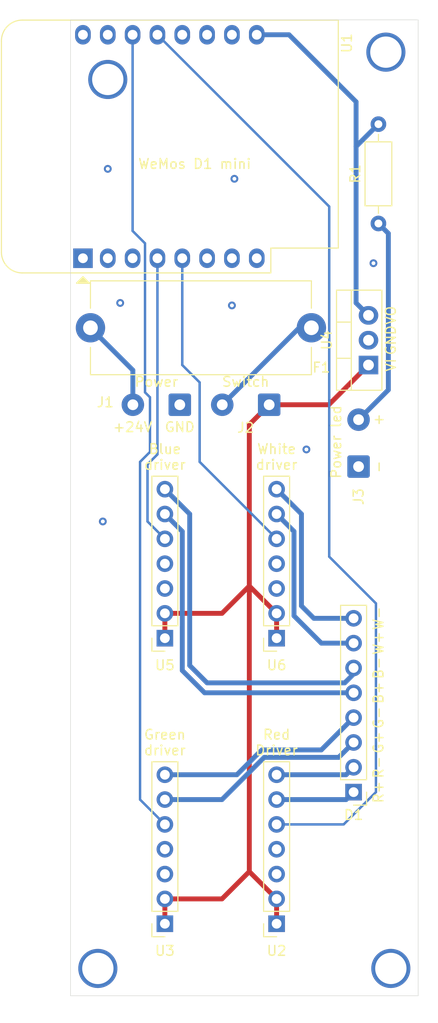
<source format=kicad_pcb>
(kicad_pcb (version 20171130) (host pcbnew "(5.1.10)-1")

  (general
    (thickness 1.6)
    (drawings 24)
    (tracks 94)
    (zones 0)
    (modules 12)
    (nets 29)
  )

  (page A4)
  (layers
    (0 F.Cu signal)
    (31 B.Cu signal)
    (32 B.Adhes user)
    (33 F.Adhes user)
    (34 B.Paste user)
    (35 F.Paste user)
    (36 B.SilkS user)
    (37 F.SilkS user)
    (38 B.Mask user)
    (39 F.Mask user)
    (40 Dwgs.User user)
    (41 Cmts.User user)
    (42 Eco1.User user)
    (43 Eco2.User user)
    (44 Edge.Cuts user)
    (45 Margin user)
    (46 B.CrtYd user)
    (47 F.CrtYd user)
    (48 B.Fab user)
    (49 F.Fab user)
  )

  (setup
    (last_trace_width 0.5)
    (user_trace_width 0.2)
    (user_trace_width 0.5)
    (trace_clearance 0.2)
    (zone_clearance 0.508)
    (zone_45_only no)
    (trace_min 0.2)
    (via_size 0.8)
    (via_drill 0.4)
    (via_min_size 0.4)
    (via_min_drill 0.3)
    (user_via 4 3.2)
    (uvia_size 0.3)
    (uvia_drill 0.1)
    (uvias_allowed no)
    (uvia_min_size 0.2)
    (uvia_min_drill 0.1)
    (edge_width 0.05)
    (segment_width 0.2)
    (pcb_text_width 0.3)
    (pcb_text_size 1.5 1.5)
    (mod_edge_width 0.12)
    (mod_text_size 1 1)
    (mod_text_width 0.15)
    (pad_size 1.524 1.524)
    (pad_drill 0.762)
    (pad_to_mask_clearance 0)
    (aux_axis_origin 0 0)
    (visible_elements 7FFFFFFF)
    (pcbplotparams
      (layerselection 0x010fc_ffffffff)
      (usegerberextensions false)
      (usegerberattributes true)
      (usegerberadvancedattributes true)
      (creategerberjobfile true)
      (excludeedgelayer true)
      (linewidth 0.100000)
      (plotframeref false)
      (viasonmask false)
      (mode 1)
      (useauxorigin false)
      (hpglpennumber 1)
      (hpglpenspeed 20)
      (hpglpendiameter 15.000000)
      (psnegative false)
      (psa4output false)
      (plotreference true)
      (plotvalue true)
      (plotinvisibletext false)
      (padsonsilk false)
      (subtractmaskfromsilk false)
      (outputformat 1)
      (mirror false)
      (drillshape 0)
      (scaleselection 1)
      (outputdirectory "gerber/"))
  )

  (net 0 "")
  (net 1 W+)
  (net 2 W-)
  (net 3 B+)
  (net 4 B-)
  (net 5 G+)
  (net 6 G-)
  (net 7 R+)
  (net 8 R-)
  (net 9 "Net-(F1-Pad2)")
  (net 10 "Net-(F1-Pad1)")
  (net 11 GND)
  (net 12 "Net-(J3-Pad2)")
  (net 13 "Net-(U1-Pad16)")
  (net 14 "Net-(U1-Pad15)")
  (net 15 R_PWM)
  (net 16 G_PWM)
  (net 17 "Net-(U1-Pad12)")
  (net 18 "Net-(U1-Pad11)")
  (net 19 "Net-(U1-Pad8)")
  (net 20 "Net-(U1-Pad7)")
  (net 21 "Net-(U1-Pad6)")
  (net 22 W_PWM)
  (net 23 B_PWM)
  (net 24 "Net-(U1-Pad3)")
  (net 25 "Net-(U1-Pad1)")
  (net 26 "Net-(U1-Pad2)")
  (net 27 +24V)
  (net 28 +5V)

  (net_class Default "This is the default net class."
    (clearance 0.2)
    (trace_width 0.25)
    (via_dia 0.8)
    (via_drill 0.4)
    (uvia_dia 0.3)
    (uvia_drill 0.1)
    (add_net +24V)
    (add_net +5V)
    (add_net B+)
    (add_net B-)
    (add_net B_PWM)
    (add_net G+)
    (add_net G-)
    (add_net GND)
    (add_net G_PWM)
    (add_net "Net-(F1-Pad1)")
    (add_net "Net-(F1-Pad2)")
    (add_net "Net-(J3-Pad2)")
    (add_net "Net-(U1-Pad1)")
    (add_net "Net-(U1-Pad11)")
    (add_net "Net-(U1-Pad12)")
    (add_net "Net-(U1-Pad15)")
    (add_net "Net-(U1-Pad16)")
    (add_net "Net-(U1-Pad2)")
    (add_net "Net-(U1-Pad3)")
    (add_net "Net-(U1-Pad6)")
    (add_net "Net-(U1-Pad7)")
    (add_net "Net-(U1-Pad8)")
    (add_net R+)
    (add_net R-)
    (add_net R_PWM)
    (add_net W+)
    (add_net W-)
    (add_net W_PWM)
  )

  (module LEDBeam:LED_Driver_module (layer F.Cu) (tedit 6101452E) (tstamp 61005E7F)
    (at 31.242 113.792 180)
    (descr "Through hole straight socket strip, 1x07, 2.54mm pitch, single row (from Kicad 4.0.7), script generated")
    (tags "Through hole socket strip THT 1x07 2.54mm single row")
    (path /61013810)
    (fp_text reference U6 (at 0 -2.77) (layer F.SilkS)
      (effects (font (size 1 1) (thickness 0.15)))
    )
    (fp_text value LED_Dimmer_Platine (at 0.254 19.812) (layer F.Fab)
      (effects (font (size 1 1) (thickness 0.15)))
    )
    (fp_text user %R (at 0 7.62 90) (layer F.Fab)
      (effects (font (size 1 1) (thickness 0.15)))
    )
    (fp_line (start -5.08 21.59) (end -5.08 -6.35) (layer F.CrtYd) (width 0.05))
    (fp_line (start 5.08 21.59) (end -5.08 21.59) (layer F.CrtYd) (width 0.05))
    (fp_line (start 5.08 -6.35) (end 5.08 21.59) (layer F.CrtYd) (width 0.05))
    (fp_line (start -5.08 -6.35) (end 5.08 -6.35) (layer F.CrtYd) (width 0.05))
    (fp_line (start 0 -1.33) (end 1.33 -1.33) (layer F.SilkS) (width 0.12))
    (fp_line (start 1.33 -1.33) (end 1.33 0) (layer F.SilkS) (width 0.12))
    (fp_line (start 1.33 1.27) (end 1.33 16.57) (layer F.SilkS) (width 0.12))
    (fp_line (start -1.33 16.57) (end 1.33 16.57) (layer F.SilkS) (width 0.12))
    (fp_line (start -1.33 1.27) (end -1.33 16.57) (layer F.SilkS) (width 0.12))
    (fp_line (start -1.33 1.27) (end 1.33 1.27) (layer F.SilkS) (width 0.12))
    (fp_line (start -1.27 16.51) (end -1.27 -1.27) (layer F.Fab) (width 0.1))
    (fp_line (start 1.27 16.51) (end -1.27 16.51) (layer F.Fab) (width 0.1))
    (fp_line (start 1.27 -0.635) (end 1.27 16.51) (layer F.Fab) (width 0.1))
    (fp_line (start 0.635 -1.27) (end 1.27 -0.635) (layer F.Fab) (width 0.1))
    (fp_line (start -1.27 -1.27) (end 0.635 -1.27) (layer F.Fab) (width 0.1))
    (pad 7 thru_hole oval (at 0 15.24 180) (size 1.7 1.7) (drill 1) (layers *.Cu *.Mask)
      (net 2 W-))
    (pad 6 thru_hole oval (at 0 12.7 180) (size 1.7 1.7) (drill 1) (layers *.Cu *.Mask)
      (net 1 W+))
    (pad 5 thru_hole oval (at 0 10.16 180) (size 1.7 1.7) (drill 1) (layers *.Cu *.Mask)
      (net 22 W_PWM))
    (pad 4 thru_hole oval (at 0 7.62 180) (size 1.7 1.7) (drill 1) (layers *.Cu *.Mask)
      (net 11 GND))
    (pad 3 thru_hole oval (at 0 5.08 180) (size 1.7 1.7) (drill 1) (layers *.Cu *.Mask)
      (net 11 GND))
    (pad 2 thru_hole oval (at 0 2.54 180) (size 1.7 1.7) (drill 1) (layers *.Cu *.Mask)
      (net 27 +24V))
    (pad 1 thru_hole rect (at 0 0 180) (size 1.7 1.7) (drill 1) (layers *.Cu *.Mask)
      (net 27 +24V))
    (model ${KISYS3DMOD}/Connector_PinSocket_2.54mm.3dshapes/PinSocket_1x07_P2.54mm_Vertical.wrl
      (at (xyz 0 0 0))
      (scale (xyz 1 1 1))
      (rotate (xyz 0 0 0))
    )
  )

  (module LEDBeam:LED_Driver_module (layer F.Cu) (tedit 6101452E) (tstamp 61005E64)
    (at 19.812 113.792 180)
    (descr "Through hole straight socket strip, 1x07, 2.54mm pitch, single row (from Kicad 4.0.7), script generated")
    (tags "Through hole socket strip THT 1x07 2.54mm single row")
    (path /6100FA41)
    (fp_text reference U5 (at 0 -2.77) (layer F.SilkS)
      (effects (font (size 1 1) (thickness 0.15)))
    )
    (fp_text value LED_Dimmer_Platine (at 0 19.812) (layer F.Fab)
      (effects (font (size 1 1) (thickness 0.15)))
    )
    (fp_text user %R (at 0 7.62 90) (layer F.Fab)
      (effects (font (size 1 1) (thickness 0.15)))
    )
    (fp_line (start -5.08 21.59) (end -5.08 -6.35) (layer F.CrtYd) (width 0.05))
    (fp_line (start 5.08 21.59) (end -5.08 21.59) (layer F.CrtYd) (width 0.05))
    (fp_line (start 5.08 -6.35) (end 5.08 21.59) (layer F.CrtYd) (width 0.05))
    (fp_line (start -5.08 -6.35) (end 5.08 -6.35) (layer F.CrtYd) (width 0.05))
    (fp_line (start 0 -1.33) (end 1.33 -1.33) (layer F.SilkS) (width 0.12))
    (fp_line (start 1.33 -1.33) (end 1.33 0) (layer F.SilkS) (width 0.12))
    (fp_line (start 1.33 1.27) (end 1.33 16.57) (layer F.SilkS) (width 0.12))
    (fp_line (start -1.33 16.57) (end 1.33 16.57) (layer F.SilkS) (width 0.12))
    (fp_line (start -1.33 1.27) (end -1.33 16.57) (layer F.SilkS) (width 0.12))
    (fp_line (start -1.33 1.27) (end 1.33 1.27) (layer F.SilkS) (width 0.12))
    (fp_line (start -1.27 16.51) (end -1.27 -1.27) (layer F.Fab) (width 0.1))
    (fp_line (start 1.27 16.51) (end -1.27 16.51) (layer F.Fab) (width 0.1))
    (fp_line (start 1.27 -0.635) (end 1.27 16.51) (layer F.Fab) (width 0.1))
    (fp_line (start 0.635 -1.27) (end 1.27 -0.635) (layer F.Fab) (width 0.1))
    (fp_line (start -1.27 -1.27) (end 0.635 -1.27) (layer F.Fab) (width 0.1))
    (pad 7 thru_hole oval (at 0 15.24 180) (size 1.7 1.7) (drill 1) (layers *.Cu *.Mask)
      (net 4 B-))
    (pad 6 thru_hole oval (at 0 12.7 180) (size 1.7 1.7) (drill 1) (layers *.Cu *.Mask)
      (net 3 B+))
    (pad 5 thru_hole oval (at 0 10.16 180) (size 1.7 1.7) (drill 1) (layers *.Cu *.Mask)
      (net 23 B_PWM))
    (pad 4 thru_hole oval (at 0 7.62 180) (size 1.7 1.7) (drill 1) (layers *.Cu *.Mask)
      (net 11 GND))
    (pad 3 thru_hole oval (at 0 5.08 180) (size 1.7 1.7) (drill 1) (layers *.Cu *.Mask)
      (net 11 GND))
    (pad 2 thru_hole oval (at 0 2.54 180) (size 1.7 1.7) (drill 1) (layers *.Cu *.Mask)
      (net 27 +24V))
    (pad 1 thru_hole rect (at 0 0 180) (size 1.7 1.7) (drill 1) (layers *.Cu *.Mask)
      (net 27 +24V))
    (model ${KISYS3DMOD}/Connector_PinSocket_2.54mm.3dshapes/PinSocket_1x07_P2.54mm_Vertical.wrl
      (at (xyz 0 0 0))
      (scale (xyz 1 1 1))
      (rotate (xyz 0 0 0))
    )
  )

  (module LEDBeam:LED_Driver_module (layer F.Cu) (tedit 6101452E) (tstamp 61005E2F)
    (at 19.812 143.002 180)
    (descr "Through hole straight socket strip, 1x07, 2.54mm pitch, single row (from Kicad 4.0.7), script generated")
    (tags "Through hole socket strip THT 1x07 2.54mm single row")
    (path /61011DF7)
    (fp_text reference U3 (at 0 -2.77) (layer F.SilkS)
      (effects (font (size 1 1) (thickness 0.15)))
    )
    (fp_text value LED_Dimmer_Platine (at 0 20.828) (layer F.Fab)
      (effects (font (size 1 1) (thickness 0.15)))
    )
    (fp_text user %R (at 0 7.62 90) (layer F.Fab)
      (effects (font (size 1 1) (thickness 0.15)))
    )
    (fp_line (start -5.08 21.59) (end -5.08 -6.35) (layer F.CrtYd) (width 0.05))
    (fp_line (start 5.08 21.59) (end -5.08 21.59) (layer F.CrtYd) (width 0.05))
    (fp_line (start 5.08 -6.35) (end 5.08 21.59) (layer F.CrtYd) (width 0.05))
    (fp_line (start -5.08 -6.35) (end 5.08 -6.35) (layer F.CrtYd) (width 0.05))
    (fp_line (start 0 -1.33) (end 1.33 -1.33) (layer F.SilkS) (width 0.12))
    (fp_line (start 1.33 -1.33) (end 1.33 0) (layer F.SilkS) (width 0.12))
    (fp_line (start 1.33 1.27) (end 1.33 16.57) (layer F.SilkS) (width 0.12))
    (fp_line (start -1.33 16.57) (end 1.33 16.57) (layer F.SilkS) (width 0.12))
    (fp_line (start -1.33 1.27) (end -1.33 16.57) (layer F.SilkS) (width 0.12))
    (fp_line (start -1.33 1.27) (end 1.33 1.27) (layer F.SilkS) (width 0.12))
    (fp_line (start -1.27 16.51) (end -1.27 -1.27) (layer F.Fab) (width 0.1))
    (fp_line (start 1.27 16.51) (end -1.27 16.51) (layer F.Fab) (width 0.1))
    (fp_line (start 1.27 -0.635) (end 1.27 16.51) (layer F.Fab) (width 0.1))
    (fp_line (start 0.635 -1.27) (end 1.27 -0.635) (layer F.Fab) (width 0.1))
    (fp_line (start -1.27 -1.27) (end 0.635 -1.27) (layer F.Fab) (width 0.1))
    (pad 7 thru_hole oval (at 0 15.24 180) (size 1.7 1.7) (drill 1) (layers *.Cu *.Mask)
      (net 6 G-))
    (pad 6 thru_hole oval (at 0 12.7 180) (size 1.7 1.7) (drill 1) (layers *.Cu *.Mask)
      (net 5 G+))
    (pad 5 thru_hole oval (at 0 10.16 180) (size 1.7 1.7) (drill 1) (layers *.Cu *.Mask)
      (net 16 G_PWM))
    (pad 4 thru_hole oval (at 0 7.62 180) (size 1.7 1.7) (drill 1) (layers *.Cu *.Mask)
      (net 11 GND))
    (pad 3 thru_hole oval (at 0 5.08 180) (size 1.7 1.7) (drill 1) (layers *.Cu *.Mask)
      (net 11 GND))
    (pad 2 thru_hole oval (at 0 2.54 180) (size 1.7 1.7) (drill 1) (layers *.Cu *.Mask)
      (net 27 +24V))
    (pad 1 thru_hole rect (at 0 0 180) (size 1.7 1.7) (drill 1) (layers *.Cu *.Mask)
      (net 27 +24V))
    (model ${KISYS3DMOD}/Connector_PinSocket_2.54mm.3dshapes/PinSocket_1x07_P2.54mm_Vertical.wrl
      (at (xyz 0 0 0))
      (scale (xyz 1 1 1))
      (rotate (xyz 0 0 0))
    )
  )

  (module LEDBeam:LED_Driver_module (layer F.Cu) (tedit 6101452E) (tstamp 61005E14)
    (at 31.242 143.002 180)
    (descr "Through hole straight socket strip, 1x07, 2.54mm pitch, single row (from Kicad 4.0.7), script generated")
    (tags "Through hole socket strip THT 1x07 2.54mm single row")
    (path /61012286)
    (fp_text reference U2 (at 0 -2.77) (layer F.SilkS)
      (effects (font (size 1 1) (thickness 0.15)))
    )
    (fp_text value LED_Dimmer_Platine (at 0 20.828) (layer F.Fab)
      (effects (font (size 1 1) (thickness 0.15)))
    )
    (fp_text user %R (at 0 7.62 90) (layer F.Fab)
      (effects (font (size 1 1) (thickness 0.15)))
    )
    (fp_line (start -5.08 21.59) (end -5.08 -6.35) (layer F.CrtYd) (width 0.05))
    (fp_line (start 5.08 21.59) (end -5.08 21.59) (layer F.CrtYd) (width 0.05))
    (fp_line (start 5.08 -6.35) (end 5.08 21.59) (layer F.CrtYd) (width 0.05))
    (fp_line (start -5.08 -6.35) (end 5.08 -6.35) (layer F.CrtYd) (width 0.05))
    (fp_line (start 0 -1.33) (end 1.33 -1.33) (layer F.SilkS) (width 0.12))
    (fp_line (start 1.33 -1.33) (end 1.33 0) (layer F.SilkS) (width 0.12))
    (fp_line (start 1.33 1.27) (end 1.33 16.57) (layer F.SilkS) (width 0.12))
    (fp_line (start -1.33 16.57) (end 1.33 16.57) (layer F.SilkS) (width 0.12))
    (fp_line (start -1.33 1.27) (end -1.33 16.57) (layer F.SilkS) (width 0.12))
    (fp_line (start -1.33 1.27) (end 1.33 1.27) (layer F.SilkS) (width 0.12))
    (fp_line (start -1.27 16.51) (end -1.27 -1.27) (layer F.Fab) (width 0.1))
    (fp_line (start 1.27 16.51) (end -1.27 16.51) (layer F.Fab) (width 0.1))
    (fp_line (start 1.27 -0.635) (end 1.27 16.51) (layer F.Fab) (width 0.1))
    (fp_line (start 0.635 -1.27) (end 1.27 -0.635) (layer F.Fab) (width 0.1))
    (fp_line (start -1.27 -1.27) (end 0.635 -1.27) (layer F.Fab) (width 0.1))
    (pad 7 thru_hole oval (at 0 15.24 180) (size 1.7 1.7) (drill 1) (layers *.Cu *.Mask)
      (net 8 R-))
    (pad 6 thru_hole oval (at 0 12.7 180) (size 1.7 1.7) (drill 1) (layers *.Cu *.Mask)
      (net 7 R+))
    (pad 5 thru_hole oval (at 0 10.16 180) (size 1.7 1.7) (drill 1) (layers *.Cu *.Mask)
      (net 15 R_PWM))
    (pad 4 thru_hole oval (at 0 7.62 180) (size 1.7 1.7) (drill 1) (layers *.Cu *.Mask)
      (net 11 GND))
    (pad 3 thru_hole oval (at 0 5.08 180) (size 1.7 1.7) (drill 1) (layers *.Cu *.Mask)
      (net 11 GND))
    (pad 2 thru_hole oval (at 0 2.54 180) (size 1.7 1.7) (drill 1) (layers *.Cu *.Mask)
      (net 27 +24V))
    (pad 1 thru_hole rect (at 0 0 180) (size 1.7 1.7) (drill 1) (layers *.Cu *.Mask)
      (net 27 +24V))
    (model ${KISYS3DMOD}/Connector_PinSocket_2.54mm.3dshapes/PinSocket_1x07_P2.54mm_Vertical.wrl
      (at (xyz 0 0 0))
      (scale (xyz 1 1 1))
      (rotate (xyz 0 0 0))
    )
  )

  (module Package_TO_SOT_THT:TO-220-3_Vertical (layer F.Cu) (tedit 5AC8BA0D) (tstamp 61005E49)
    (at 40.64 85.852 90)
    (descr "TO-220-3, Vertical, RM 2.54mm, see https://www.vishay.com/docs/66542/to-220-1.pdf")
    (tags "TO-220-3 Vertical RM 2.54mm")
    (path /61054F9B)
    (fp_text reference U4 (at 2.54 -4.27 90) (layer F.SilkS)
      (effects (font (size 1 1) (thickness 0.15)))
    )
    (fp_text value LM7805_TO220 (at 2.54 2.5 90) (layer F.Fab)
      (effects (font (size 1 1) (thickness 0.15)))
    )
    (fp_line (start -2.46 -3.15) (end -2.46 1.25) (layer F.Fab) (width 0.1))
    (fp_line (start -2.46 1.25) (end 7.54 1.25) (layer F.Fab) (width 0.1))
    (fp_line (start 7.54 1.25) (end 7.54 -3.15) (layer F.Fab) (width 0.1))
    (fp_line (start 7.54 -3.15) (end -2.46 -3.15) (layer F.Fab) (width 0.1))
    (fp_line (start -2.46 -1.88) (end 7.54 -1.88) (layer F.Fab) (width 0.1))
    (fp_line (start 0.69 -3.15) (end 0.69 -1.88) (layer F.Fab) (width 0.1))
    (fp_line (start 4.39 -3.15) (end 4.39 -1.88) (layer F.Fab) (width 0.1))
    (fp_line (start -2.58 -3.27) (end 7.66 -3.27) (layer F.SilkS) (width 0.12))
    (fp_line (start -2.58 1.371) (end 7.66 1.371) (layer F.SilkS) (width 0.12))
    (fp_line (start -2.58 -3.27) (end -2.58 1.371) (layer F.SilkS) (width 0.12))
    (fp_line (start 7.66 -3.27) (end 7.66 1.371) (layer F.SilkS) (width 0.12))
    (fp_line (start -2.58 -1.76) (end 7.66 -1.76) (layer F.SilkS) (width 0.12))
    (fp_line (start 0.69 -3.27) (end 0.69 -1.76) (layer F.SilkS) (width 0.12))
    (fp_line (start 4.391 -3.27) (end 4.391 -1.76) (layer F.SilkS) (width 0.12))
    (fp_line (start -2.71 -3.4) (end -2.71 1.51) (layer F.CrtYd) (width 0.05))
    (fp_line (start -2.71 1.51) (end 7.79 1.51) (layer F.CrtYd) (width 0.05))
    (fp_line (start 7.79 1.51) (end 7.79 -3.4) (layer F.CrtYd) (width 0.05))
    (fp_line (start 7.79 -3.4) (end -2.71 -3.4) (layer F.CrtYd) (width 0.05))
    (fp_text user %R (at 2.54 -4.27 90) (layer F.Fab)
      (effects (font (size 1 1) (thickness 0.15)))
    )
    (pad 3 thru_hole oval (at 5.08 0 90) (size 1.905 2) (drill 1.1) (layers *.Cu *.Mask)
      (net 28 +5V))
    (pad 2 thru_hole oval (at 2.54 0 90) (size 1.905 2) (drill 1.1) (layers *.Cu *.Mask)
      (net 11 GND))
    (pad 1 thru_hole rect (at 0 0 90) (size 1.905 2) (drill 1.1) (layers *.Cu *.Mask)
      (net 27 +24V))
    (model ${KISYS3DMOD}/Package_TO_SOT_THT.3dshapes/TO-220-3_Vertical.wrl
      (at (xyz 0 0 0))
      (scale (xyz 1 1 1))
      (rotate (xyz 0 0 0))
    )
  )

  (module Resistor_THT:R_Axial_DIN0207_L6.3mm_D2.5mm_P10.16mm_Horizontal (layer F.Cu) (tedit 5AE5139B) (tstamp 61005DB6)
    (at 41.656 71.374 90)
    (descr "Resistor, Axial_DIN0207 series, Axial, Horizontal, pin pitch=10.16mm, 0.25W = 1/4W, length*diameter=6.3*2.5mm^2, http://cdn-reichelt.de/documents/datenblatt/B400/1_4W%23YAG.pdf")
    (tags "Resistor Axial_DIN0207 series Axial Horizontal pin pitch 10.16mm 0.25W = 1/4W length 6.3mm diameter 2.5mm")
    (path /61020338)
    (fp_text reference R1 (at 5.08 -2.37 90) (layer F.SilkS)
      (effects (font (size 1 1) (thickness 0.15)))
    )
    (fp_text value R (at 5.08 2.37 90) (layer F.Fab)
      (effects (font (size 1 1) (thickness 0.15)))
    )
    (fp_line (start 11.21 -1.5) (end -1.05 -1.5) (layer F.CrtYd) (width 0.05))
    (fp_line (start 11.21 1.5) (end 11.21 -1.5) (layer F.CrtYd) (width 0.05))
    (fp_line (start -1.05 1.5) (end 11.21 1.5) (layer F.CrtYd) (width 0.05))
    (fp_line (start -1.05 -1.5) (end -1.05 1.5) (layer F.CrtYd) (width 0.05))
    (fp_line (start 9.12 0) (end 8.35 0) (layer F.SilkS) (width 0.12))
    (fp_line (start 1.04 0) (end 1.81 0) (layer F.SilkS) (width 0.12))
    (fp_line (start 8.35 -1.37) (end 1.81 -1.37) (layer F.SilkS) (width 0.12))
    (fp_line (start 8.35 1.37) (end 8.35 -1.37) (layer F.SilkS) (width 0.12))
    (fp_line (start 1.81 1.37) (end 8.35 1.37) (layer F.SilkS) (width 0.12))
    (fp_line (start 1.81 -1.37) (end 1.81 1.37) (layer F.SilkS) (width 0.12))
    (fp_line (start 10.16 0) (end 8.23 0) (layer F.Fab) (width 0.1))
    (fp_line (start 0 0) (end 1.93 0) (layer F.Fab) (width 0.1))
    (fp_line (start 8.23 -1.25) (end 1.93 -1.25) (layer F.Fab) (width 0.1))
    (fp_line (start 8.23 1.25) (end 8.23 -1.25) (layer F.Fab) (width 0.1))
    (fp_line (start 1.93 1.25) (end 8.23 1.25) (layer F.Fab) (width 0.1))
    (fp_line (start 1.93 -1.25) (end 1.93 1.25) (layer F.Fab) (width 0.1))
    (fp_text user %R (at 5.08 0 90) (layer F.Fab)
      (effects (font (size 1 1) (thickness 0.15)))
    )
    (pad 2 thru_hole oval (at 10.16 0 90) (size 1.6 1.6) (drill 0.8) (layers *.Cu *.Mask)
      (net 28 +5V))
    (pad 1 thru_hole circle (at 0 0 90) (size 1.6 1.6) (drill 0.8) (layers *.Cu *.Mask)
      (net 12 "Net-(J3-Pad2)"))
    (model ${KISYS3DMOD}/Resistor_THT.3dshapes/R_Axial_DIN0207_L6.3mm_D2.5mm_P10.16mm_Horizontal.wrl
      (at (xyz 0 0 0))
      (scale (xyz 1 1 1))
      (rotate (xyz 0 0 0))
    )
  )

  (module Module:WEMOS_D1_mini_light (layer F.Cu) (tedit 5BBFB1CE) (tstamp 61005DF9)
    (at 11.43 74.93 90)
    (descr "16-pin module, column spacing 22.86 mm (900 mils), https://wiki.wemos.cc/products:d1:d1_mini, https://c1.staticflickr.com/1/734/31400410271_f278b087db_z.jpg")
    (tags "ESP8266 WiFi microcontroller")
    (path /610036C4)
    (fp_text reference U1 (at 22 27 90) (layer F.SilkS)
      (effects (font (size 1 1) (thickness 0.15)))
    )
    (fp_text value WeMos_D1_mini (at 11.7 0 90) (layer F.Fab)
      (effects (font (size 1 1) (thickness 0.15)))
    )
    (fp_line (start 1.04 26.12) (end 24.36 26.12) (layer F.SilkS) (width 0.12))
    (fp_line (start -1.5 19.22) (end -1.5 -6.21) (layer F.SilkS) (width 0.12))
    (fp_line (start 24.36 26.12) (end 24.36 -6.21) (layer F.SilkS) (width 0.12))
    (fp_line (start 22.24 -8.34) (end 0.63 -8.34) (layer F.SilkS) (width 0.12))
    (fp_line (start 1.17 25.99) (end 24.23 25.99) (layer F.Fab) (width 0.1))
    (fp_line (start 24.23 25.99) (end 24.23 -6.21) (layer F.Fab) (width 0.1))
    (fp_line (start 22.23 -8.21) (end 0.63 -8.21) (layer F.Fab) (width 0.1))
    (fp_line (start -1.37 1) (end -1.37 19.09) (layer F.Fab) (width 0.1))
    (fp_line (start -1.62 -8.46) (end 24.48 -8.46) (layer F.CrtYd) (width 0.05))
    (fp_line (start 24.48 -8.41) (end 24.48 26.24) (layer F.CrtYd) (width 0.05))
    (fp_line (start 24.48 26.24) (end -1.62 26.24) (layer F.CrtYd) (width 0.05))
    (fp_line (start -1.62 26.24) (end -1.62 -8.46) (layer F.CrtYd) (width 0.05))
    (fp_poly (pts (xy -2.54 -0.635) (xy -2.54 0.635) (xy -1.905 0)) (layer F.SilkS) (width 0.15))
    (fp_line (start -1.35 -1.4) (end 24.25 -1.4) (layer Dwgs.User) (width 0.1))
    (fp_line (start 24.25 -1.4) (end 24.25 -8.2) (layer Dwgs.User) (width 0.1))
    (fp_line (start 24.25 -8.2) (end -1.35 -8.2) (layer Dwgs.User) (width 0.1))
    (fp_line (start -1.35 -8.2) (end -1.35 -1.4) (layer Dwgs.User) (width 0.1))
    (fp_line (start -1.35 -1.4) (end 5.45 -8.2) (layer Dwgs.User) (width 0.1))
    (fp_line (start 0.65 -1.4) (end 7.45 -8.2) (layer Dwgs.User) (width 0.1))
    (fp_line (start 2.65 -1.4) (end 9.45 -8.2) (layer Dwgs.User) (width 0.1))
    (fp_line (start 4.65 -1.4) (end 11.45 -8.2) (layer Dwgs.User) (width 0.1))
    (fp_line (start 6.65 -1.4) (end 13.45 -8.2) (layer Dwgs.User) (width 0.1))
    (fp_line (start 8.65 -1.4) (end 15.45 -8.2) (layer Dwgs.User) (width 0.1))
    (fp_line (start 10.65 -1.4) (end 17.45 -8.2) (layer Dwgs.User) (width 0.1))
    (fp_line (start 12.65 -1.4) (end 19.45 -8.2) (layer Dwgs.User) (width 0.1))
    (fp_line (start 14.65 -1.4) (end 21.45 -8.2) (layer Dwgs.User) (width 0.1))
    (fp_line (start 16.65 -1.4) (end 23.45 -8.2) (layer Dwgs.User) (width 0.1))
    (fp_line (start 18.65 -1.4) (end 24.25 -7) (layer Dwgs.User) (width 0.1))
    (fp_line (start 20.65 -1.4) (end 24.25 -5) (layer Dwgs.User) (width 0.1))
    (fp_line (start 22.65 -1.4) (end 24.25 -3) (layer Dwgs.User) (width 0.1))
    (fp_line (start -1.35 -3.4) (end 3.45 -8.2) (layer Dwgs.User) (width 0.1))
    (fp_line (start -1.3 -5.45) (end 1.45 -8.2) (layer Dwgs.User) (width 0.1))
    (fp_line (start -1.35 -7.4) (end -0.55 -8.2) (layer Dwgs.User) (width 0.1))
    (fp_line (start -1.37 19.09) (end 1.17 19.09) (layer F.Fab) (width 0.1))
    (fp_line (start 1.17 19.09) (end 1.17 25.99) (layer F.Fab) (width 0.1))
    (fp_line (start -1.37 -6.21) (end -1.37 -1) (layer F.Fab) (width 0.1))
    (fp_line (start -1.37 1) (end -0.37 0) (layer F.Fab) (width 0.1))
    (fp_line (start -0.37 0) (end -1.37 -1) (layer F.Fab) (width 0.1))
    (fp_line (start -1.5 19.22) (end 1.04 19.22) (layer F.SilkS) (width 0.12))
    (fp_line (start 1.04 19.22) (end 1.04 26.12) (layer F.SilkS) (width 0.12))
    (fp_text user "No copper" (at 11.43 -3.81 90) (layer Cmts.User)
      (effects (font (size 1 1) (thickness 0.15)))
    )
    (fp_text user "KEEP OUT" (at 11.43 -6.35 90) (layer Cmts.User)
      (effects (font (size 1 1) (thickness 0.15)))
    )
    (fp_arc (start 22.23 -6.21) (end 24.36 -6.21) (angle -90) (layer F.SilkS) (width 0.12))
    (fp_arc (start 0.63 -6.21) (end 0.63 -8.34) (angle -90) (layer F.SilkS) (width 0.12))
    (fp_arc (start 22.23 -6.21) (end 24.23 -6.19) (angle -90) (layer F.Fab) (width 0.1))
    (fp_arc (start 0.63 -6.21) (end 0.63 -8.21) (angle -90) (layer F.Fab) (width 0.1))
    (fp_text user %R (at 11.43 10 90) (layer F.Fab)
      (effects (font (size 1 1) (thickness 0.15)))
    )
    (pad 16 thru_hole oval (at 22.86 0 90) (size 2 1.6) (drill 1) (layers *.Cu *.Mask)
      (net 13 "Net-(U1-Pad16)"))
    (pad 15 thru_hole oval (at 22.86 2.54 90) (size 2 1.6) (drill 1) (layers *.Cu *.Mask)
      (net 14 "Net-(U1-Pad15)"))
    (pad 14 thru_hole oval (at 22.86 5.08 90) (size 2 1.6) (drill 1) (layers *.Cu *.Mask)
      (net 16 G_PWM))
    (pad 13 thru_hole oval (at 22.86 7.62 90) (size 2 1.6) (drill 1) (layers *.Cu *.Mask)
      (net 15 R_PWM))
    (pad 12 thru_hole oval (at 22.86 10.16 90) (size 2 1.6) (drill 1) (layers *.Cu *.Mask)
      (net 17 "Net-(U1-Pad12)"))
    (pad 11 thru_hole oval (at 22.86 12.7 90) (size 2 1.6) (drill 1) (layers *.Cu *.Mask)
      (net 18 "Net-(U1-Pad11)"))
    (pad 10 thru_hole oval (at 22.86 15.24 90) (size 2 1.6) (drill 1) (layers *.Cu *.Mask)
      (net 11 GND))
    (pad 9 thru_hole oval (at 22.86 17.78 90) (size 2 1.6) (drill 1) (layers *.Cu *.Mask)
      (net 28 +5V))
    (pad 8 thru_hole oval (at 0 17.78 90) (size 2 1.6) (drill 1) (layers *.Cu *.Mask)
      (net 19 "Net-(U1-Pad8)"))
    (pad 7 thru_hole oval (at 0 15.24 90) (size 2 1.6) (drill 1) (layers *.Cu *.Mask)
      (net 20 "Net-(U1-Pad7)"))
    (pad 6 thru_hole oval (at 0 12.7 90) (size 2 1.6) (drill 1) (layers *.Cu *.Mask)
      (net 21 "Net-(U1-Pad6)"))
    (pad 5 thru_hole oval (at 0 10.16 90) (size 2 1.6) (drill 1) (layers *.Cu *.Mask)
      (net 22 W_PWM))
    (pad 4 thru_hole oval (at 0 7.62 90) (size 2 1.6) (drill 1) (layers *.Cu *.Mask)
      (net 23 B_PWM))
    (pad 3 thru_hole oval (at 0 5.08 90) (size 2 1.6) (drill 1) (layers *.Cu *.Mask)
      (net 24 "Net-(U1-Pad3)"))
    (pad 1 thru_hole rect (at 0 0 90) (size 2 2) (drill 1) (layers *.Cu *.Mask)
      (net 25 "Net-(U1-Pad1)"))
    (pad 2 thru_hole oval (at 0 2.54 90) (size 2 1.6) (drill 1) (layers *.Cu *.Mask)
      (net 26 "Net-(U1-Pad2)"))
    (model ${KISYS3DMOD}/Module.3dshapes/WEMOS_D1_mini_light.wrl
      (at (xyz 0 0 0))
      (scale (xyz 1 1 1))
      (rotate (xyz 0 0 0))
    )
    (model ${KISYS3DMOD}/Connector_PinHeader_2.54mm.3dshapes/PinHeader_1x08_P2.54mm_Vertical.wrl
      (offset (xyz 0 0 9.5))
      (scale (xyz 1 1 1))
      (rotate (xyz 0 -180 0))
    )
    (model ${KISYS3DMOD}/Connector_PinHeader_2.54mm.3dshapes/PinHeader_1x08_P2.54mm_Vertical.wrl
      (offset (xyz 22.86 0 9.5))
      (scale (xyz 1 1 1))
      (rotate (xyz 0 -180 0))
    )
    (model ${KISYS3DMOD}/Connector_PinSocket_2.54mm.3dshapes/PinSocket_1x08_P2.54mm_Vertical.wrl
      (at (xyz 0 0 0))
      (scale (xyz 1 1 1))
      (rotate (xyz 0 0 0))
    )
    (model ${KISYS3DMOD}/Connector_PinSocket_2.54mm.3dshapes/PinSocket_1x08_P2.54mm_Vertical.wrl
      (offset (xyz 22.86 0 0))
      (scale (xyz 1 1 1))
      (rotate (xyz 0 0 0))
    )
  )

  (module Connector_Wire:SolderWire-0.5sqmm_1x02_P4.8mm_D0.9mm_OD2.3mm (layer F.Cu) (tedit 5EB70B44) (tstamp 61007B1D)
    (at 39.624 96.24 90)
    (descr "Soldered wire connection, for 2 times 0.5 mm² wires, reinforced insulation, conductor diameter 0.9mm, outer diameter 2.3mm, size source Multi-Contact FLEXI-xV 0.5 (https://ec.staubli.com/AcroFiles/Catalogues/TM_Cab-Main-11014119_(en)_hi.pdf), bend radius 3 times outer diameter, generated with kicad-footprint-generator")
    (tags "connector wire 0.5sqmm")
    (path /6101CCC9)
    (attr virtual)
    (fp_text reference J3 (at -3.074 0 90) (layer F.SilkS)
      (effects (font (size 1 1) (thickness 0.15)))
    )
    (fp_text value "Power led" (at 2.514 -2.286 90) (layer F.SilkS)
      (effects (font (size 1 1) (thickness 0.15)))
    )
    (fp_line (start 6.7 -1.65) (end 2.9 -1.65) (layer F.CrtYd) (width 0.05))
    (fp_line (start 6.7 1.65) (end 6.7 -1.65) (layer F.CrtYd) (width 0.05))
    (fp_line (start 2.9 1.65) (end 6.7 1.65) (layer F.CrtYd) (width 0.05))
    (fp_line (start 2.9 -1.65) (end 2.9 1.65) (layer F.CrtYd) (width 0.05))
    (fp_line (start 1.9 -1.65) (end -1.9 -1.65) (layer F.CrtYd) (width 0.05))
    (fp_line (start 1.9 1.65) (end 1.9 -1.65) (layer F.CrtYd) (width 0.05))
    (fp_line (start -1.9 1.65) (end 1.9 1.65) (layer F.CrtYd) (width 0.05))
    (fp_line (start -1.9 -1.65) (end -1.9 1.65) (layer F.CrtYd) (width 0.05))
    (fp_circle (center 4.8 0) (end 5.95 0) (layer F.Fab) (width 0.1))
    (fp_circle (center 0 0) (end 1.15 0) (layer F.Fab) (width 0.1))
    (fp_text user %R (at 2.26 0) (layer F.Fab)
      (effects (font (size 0.82 0.82) (thickness 0.12)))
    )
    (pad 1 thru_hole roundrect (at 0 0 90) (size 2.3 2.3) (drill 1.1) (layers *.Cu *.Mask) (roundrect_rratio 0.108695652173913)
      (net 11 GND))
    (pad 2 thru_hole circle (at 4.8 0 90) (size 2.3 2.3) (drill 1.1) (layers *.Cu *.Mask)
      (net 12 "Net-(J3-Pad2)"))
    (model ${KISYS3DMOD}/Connector_Wire.3dshapes/SolderWire-0.5sqmm_1x02_P4.8mm_D0.9mm_OD2.3mm.wrl
      (at (xyz 0 0 0))
      (scale (xyz 1 1 1))
      (rotate (xyz 0 0 0))
    )
  )

  (module Connector_Wire:SolderWire-0.5sqmm_1x02_P4.8mm_D0.9mm_OD2.3mm (layer F.Cu) (tedit 5EB70B44) (tstamp 6101AD2F)
    (at 30.48 89.916 180)
    (descr "Soldered wire connection, for 2 times 0.5 mm² wires, reinforced insulation, conductor diameter 0.9mm, outer diameter 2.3mm, size source Multi-Contact FLEXI-xV 0.5 (https://ec.staubli.com/AcroFiles/Catalogues/TM_Cab-Main-11014119_(en)_hi.pdf), bend radius 3 times outer diameter, generated with kicad-footprint-generator")
    (tags "connector wire 0.5sqmm")
    (path /6101A9EA)
    (attr virtual)
    (fp_text reference J2 (at 2.4 -2.35) (layer F.SilkS)
      (effects (font (size 1 1) (thickness 0.15)))
    )
    (fp_text value Switch (at 2.4 2.35) (layer F.SilkS)
      (effects (font (size 1 1) (thickness 0.15)))
    )
    (fp_circle (center 0 0) (end 1.15 0) (layer F.Fab) (width 0.1))
    (fp_circle (center 4.8 0) (end 5.95 0) (layer F.Fab) (width 0.1))
    (fp_line (start -1.9 -1.65) (end -1.9 1.65) (layer F.CrtYd) (width 0.05))
    (fp_line (start -1.9 1.65) (end 1.9 1.65) (layer F.CrtYd) (width 0.05))
    (fp_line (start 1.9 1.65) (end 1.9 -1.65) (layer F.CrtYd) (width 0.05))
    (fp_line (start 1.9 -1.65) (end -1.9 -1.65) (layer F.CrtYd) (width 0.05))
    (fp_line (start 2.9 -1.65) (end 2.9 1.65) (layer F.CrtYd) (width 0.05))
    (fp_line (start 2.9 1.65) (end 6.7 1.65) (layer F.CrtYd) (width 0.05))
    (fp_line (start 6.7 1.65) (end 6.7 -1.65) (layer F.CrtYd) (width 0.05))
    (fp_line (start 6.7 -1.65) (end 2.9 -1.65) (layer F.CrtYd) (width 0.05))
    (fp_text user %R (at 2.4 0 90) (layer F.Fab)
      (effects (font (size 0.82 0.82) (thickness 0.12)))
    )
    (pad 2 thru_hole circle (at 4.8 0 180) (size 2.3 2.3) (drill 1.1) (layers *.Cu *.Mask)
      (net 10 "Net-(F1-Pad1)"))
    (pad 1 thru_hole roundrect (at 0 0 180) (size 2.3 2.3) (drill 1.1) (layers *.Cu *.Mask) (roundrect_rratio 0.108695652173913)
      (net 27 +24V))
    (model ${KISYS3DMOD}/Connector_Wire.3dshapes/SolderWire-0.5sqmm_1x02_P4.8mm_D0.9mm_OD2.3mm.wrl
      (at (xyz 0 0 0))
      (scale (xyz 1 1 1))
      (rotate (xyz 0 0 0))
    )
  )

  (module Connector_Wire:SolderWire-0.5sqmm_1x02_P4.8mm_D0.9mm_OD2.3mm (layer F.Cu) (tedit 5EB70B44) (tstamp 61007B4D)
    (at 21.336 89.916 180)
    (descr "Soldered wire connection, for 2 times 0.5 mm² wires, reinforced insulation, conductor diameter 0.9mm, outer diameter 2.3mm, size source Multi-Contact FLEXI-xV 0.5 (https://ec.staubli.com/AcroFiles/Catalogues/TM_Cab-Main-11014119_(en)_hi.pdf), bend radius 3 times outer diameter, generated with kicad-footprint-generator")
    (tags "connector wire 0.5sqmm")
    (path /61021A78)
    (attr virtual)
    (fp_text reference J1 (at 7.62 0.254) (layer F.SilkS)
      (effects (font (size 1 1) (thickness 0.15)))
    )
    (fp_text value Power (at 2.4 2.35) (layer F.SilkS)
      (effects (font (size 1 1) (thickness 0.15)))
    )
    (fp_circle (center 0 0) (end 1.15 0) (layer F.Fab) (width 0.1))
    (fp_circle (center 4.8 0) (end 5.95 0) (layer F.Fab) (width 0.1))
    (fp_line (start -1.9 -1.65) (end -1.9 1.65) (layer F.CrtYd) (width 0.05))
    (fp_line (start -1.9 1.65) (end 1.9 1.65) (layer F.CrtYd) (width 0.05))
    (fp_line (start 1.9 1.65) (end 1.9 -1.65) (layer F.CrtYd) (width 0.05))
    (fp_line (start 1.9 -1.65) (end -1.9 -1.65) (layer F.CrtYd) (width 0.05))
    (fp_line (start 2.9 -1.65) (end 2.9 1.65) (layer F.CrtYd) (width 0.05))
    (fp_line (start 2.9 1.65) (end 6.7 1.65) (layer F.CrtYd) (width 0.05))
    (fp_line (start 6.7 1.65) (end 6.7 -1.65) (layer F.CrtYd) (width 0.05))
    (fp_line (start 6.7 -1.65) (end 2.9 -1.65) (layer F.CrtYd) (width 0.05))
    (fp_text user %R (at 2.4 0 90) (layer F.Fab)
      (effects (font (size 0.82 0.82) (thickness 0.12)))
    )
    (pad 2 thru_hole circle (at 4.8 0 180) (size 2.3 2.3) (drill 1.1) (layers *.Cu *.Mask)
      (net 9 "Net-(F1-Pad2)"))
    (pad 1 thru_hole roundrect (at 0 0 180) (size 2.3 2.3) (drill 1.1) (layers *.Cu *.Mask) (roundrect_rratio 0.108695652173913)
      (net 11 GND))
    (model ${KISYS3DMOD}/Connector_Wire.3dshapes/SolderWire-0.5sqmm_1x02_P4.8mm_D0.9mm_OD2.3mm.wrl
      (at (xyz 0 0 0))
      (scale (xyz 1 1 1))
      (rotate (xyz 0 0 0))
    )
  )

  (module Fuse:Fuseholder_Cylinder-5x20mm_Stelvio-Kontek_PTF78_Horizontal_Open (layer F.Cu) (tedit 5B7EAE13) (tstamp 61005D74)
    (at 34.798 82.042 180)
    (descr https://www.tme.eu/en/Document/3b48dbe2b9714a62652c97b08fcd464b/PTF78.pdf)
    (tags "Fuseholder horizontal open 5x20 Stelvio-Kontek PTF/78")
    (path /6102B1FD)
    (fp_text reference F1 (at -1.016 -4.064) (layer F.SilkS)
      (effects (font (size 1 1) (thickness 0.15)))
    )
    (fp_text value Fuse (at 12.192 0.508) (layer F.Fab)
      (effects (font (size 1 1) (thickness 0.15)))
    )
    (fp_line (start 0.1 -4.7) (end 0.1 4.7) (layer F.Fab) (width 0.1))
    (fp_line (start 0.1 4.7) (end 22.5 4.7) (layer F.Fab) (width 0.1))
    (fp_line (start 22.5 4.7) (end 22.5 -4.7) (layer F.Fab) (width 0.1))
    (fp_line (start 22.5 -4.7) (end 0.1 -4.7) (layer F.Fab) (width 0.1))
    (fp_line (start -0.15 4.95) (end -0.15 1.85) (layer F.CrtYd) (width 0.05))
    (fp_line (start 22.6 4.8) (end 22.6 2) (layer F.SilkS) (width 0.12))
    (fp_line (start 22.6 -2) (end 22.6 -4.8) (layer F.SilkS) (width 0.12))
    (fp_line (start 0 -2) (end 0 -4.8) (layer F.SilkS) (width 0.12))
    (fp_line (start 0 -4.8) (end 22.6 -4.8) (layer F.SilkS) (width 0.12))
    (fp_line (start 22.75 4.95) (end -0.15 4.95) (layer F.CrtYd) (width 0.05))
    (fp_line (start -0.15 -4.95) (end 22.75 -4.95) (layer F.CrtYd) (width 0.05))
    (fp_line (start 0 4.8) (end 22.6 4.8) (layer F.SilkS) (width 0.12))
    (fp_line (start -0.15 -1.85) (end -0.15 -4.95) (layer F.CrtYd) (width 0.05))
    (fp_line (start 22.75 -1.85) (end 22.75 -4.95) (layer F.CrtYd) (width 0.05))
    (fp_line (start 22.75 1.85) (end 22.75 4.95) (layer F.CrtYd) (width 0.05))
    (fp_line (start 0 4.8) (end 0 2) (layer F.SilkS) (width 0.12))
    (fp_line (start 22.75 -1.85) (end 23 -1.85) (layer F.CrtYd) (width 0.05))
    (fp_line (start 24.45 0.45) (end 24.45 -0.45) (layer F.CrtYd) (width 0.05))
    (fp_line (start 24.45 -0.45) (end 24.05 -1.25) (layer F.CrtYd) (width 0.05))
    (fp_line (start 24.05 -1.25) (end 23.35 -1.75) (layer F.CrtYd) (width 0.05))
    (fp_line (start 23.35 -1.75) (end 23 -1.85) (layer F.CrtYd) (width 0.05))
    (fp_line (start 22.75 1.85) (end 23 1.85) (layer F.CrtYd) (width 0.05))
    (fp_line (start 23 1.85) (end 23.35 1.75) (layer F.CrtYd) (width 0.05))
    (fp_line (start 23.35 1.75) (end 24.05 1.25) (layer F.CrtYd) (width 0.05))
    (fp_line (start 24.05 1.25) (end 24.45 0.45) (layer F.CrtYd) (width 0.05))
    (fp_line (start -0.15 -1.85) (end -0.4 -1.85) (layer F.CrtYd) (width 0.05))
    (fp_line (start -0.4 -1.85) (end -0.75 -1.75) (layer F.CrtYd) (width 0.05))
    (fp_line (start -0.75 -1.75) (end -1.45 -1.25) (layer F.CrtYd) (width 0.05))
    (fp_line (start -1.85 -0.45) (end -1.85 0.45) (layer F.CrtYd) (width 0.05))
    (fp_line (start -1.45 1.25) (end -0.75 1.75) (layer F.CrtYd) (width 0.05))
    (fp_line (start -0.75 1.75) (end -0.4 1.85) (layer F.CrtYd) (width 0.05))
    (fp_line (start -0.4 1.85) (end -0.15 1.85) (layer F.CrtYd) (width 0.05))
    (fp_line (start -1.45 1.25) (end -1.85 0.45) (layer F.CrtYd) (width 0.05))
    (fp_line (start -1.85 -0.45) (end -1.45 -1.25) (layer F.CrtYd) (width 0.05))
    (fp_text user %R (at 11.25 4) (layer F.Fab)
      (effects (font (size 1 1) (thickness 0.15)))
    )
    (pad 2 thru_hole circle (at 22.6 0 180) (size 3 3) (drill 1.5) (layers *.Cu *.Mask)
      (net 9 "Net-(F1-Pad2)"))
    (pad 1 thru_hole circle (at 0 0 180) (size 3 3) (drill 1.5) (layers *.Cu *.Mask)
      (net 10 "Net-(F1-Pad1)"))
    (model ${KISYS3DMOD}/Fuse.3dshapes/Fuseholder_Cylinder-5x20mm_Stelvio-Kontek_PTF78_Horizontal_Open.wrl
      (at (xyz 0 0 0))
      (scale (xyz 1 1 1))
      (rotate (xyz 0 0 0))
    )
  )

  (module Connector_PinHeader_2.54mm:PinHeader_1x08_P2.54mm_Vertical (layer F.Cu) (tedit 59FED5CC) (tstamp 6101AB3E)
    (at 39.116 129.54 180)
    (descr "Through hole straight pin header, 1x08, 2.54mm pitch, single row")
    (tags "Through hole pin header THT 1x08 2.54mm single row")
    (path /6103CB0D)
    (fp_text reference D1 (at 0 -2.33) (layer F.SilkS)
      (effects (font (size 1 1) (thickness 0.15)))
    )
    (fp_text value LED_RGBWAAAA (at 0 20.11) (layer F.Fab)
      (effects (font (size 1 1) (thickness 0.15)))
    )
    (fp_line (start -0.635 -1.27) (end 1.27 -1.27) (layer F.Fab) (width 0.1))
    (fp_line (start 1.27 -1.27) (end 1.27 19.05) (layer F.Fab) (width 0.1))
    (fp_line (start 1.27 19.05) (end -1.27 19.05) (layer F.Fab) (width 0.1))
    (fp_line (start -1.27 19.05) (end -1.27 -0.635) (layer F.Fab) (width 0.1))
    (fp_line (start -1.27 -0.635) (end -0.635 -1.27) (layer F.Fab) (width 0.1))
    (fp_line (start -1.33 19.11) (end 1.33 19.11) (layer F.SilkS) (width 0.12))
    (fp_line (start -1.33 1.27) (end -1.33 19.11) (layer F.SilkS) (width 0.12))
    (fp_line (start 1.33 1.27) (end 1.33 19.11) (layer F.SilkS) (width 0.12))
    (fp_line (start -1.33 1.27) (end 1.33 1.27) (layer F.SilkS) (width 0.12))
    (fp_line (start -1.33 0) (end -1.33 -1.33) (layer F.SilkS) (width 0.12))
    (fp_line (start -1.33 -1.33) (end 0 -1.33) (layer F.SilkS) (width 0.12))
    (fp_line (start -1.8 -1.8) (end -1.8 19.55) (layer F.CrtYd) (width 0.05))
    (fp_line (start -1.8 19.55) (end 1.8 19.55) (layer F.CrtYd) (width 0.05))
    (fp_line (start 1.8 19.55) (end 1.8 -1.8) (layer F.CrtYd) (width 0.05))
    (fp_line (start 1.8 -1.8) (end -1.8 -1.8) (layer F.CrtYd) (width 0.05))
    (fp_text user %R (at 0 8.89 90) (layer F.Fab)
      (effects (font (size 1 1) (thickness 0.15)))
    )
    (pad 8 thru_hole oval (at 0 17.78 180) (size 1.7 1.7) (drill 1) (layers *.Cu *.Mask)
      (net 2 W-))
    (pad 7 thru_hole oval (at 0 15.24 180) (size 1.7 1.7) (drill 1) (layers *.Cu *.Mask)
      (net 1 W+))
    (pad 6 thru_hole oval (at 0 12.7 180) (size 1.7 1.7) (drill 1) (layers *.Cu *.Mask)
      (net 4 B-))
    (pad 5 thru_hole oval (at 0 10.16 180) (size 1.7 1.7) (drill 1) (layers *.Cu *.Mask)
      (net 3 B+))
    (pad 4 thru_hole oval (at 0 7.62 180) (size 1.7 1.7) (drill 1) (layers *.Cu *.Mask)
      (net 6 G-))
    (pad 3 thru_hole oval (at 0 5.08 180) (size 1.7 1.7) (drill 1) (layers *.Cu *.Mask)
      (net 5 G+))
    (pad 2 thru_hole oval (at 0 2.54 180) (size 1.7 1.7) (drill 1) (layers *.Cu *.Mask)
      (net 8 R-))
    (pad 1 thru_hole rect (at 0 0 180) (size 1.7 1.7) (drill 1) (layers *.Cu *.Mask)
      (net 7 R+))
    (model ${KISYS3DMOD}/Connector_PinHeader_2.54mm.3dshapes/PinHeader_1x08_P2.54mm_Vertical.wrl
      (at (xyz 0 0 0))
      (scale (xyz 1 1 1))
      (rotate (xyz 0 0 0))
    )
  )

  (gr_text +24V (at 16.51 92.202) (layer F.SilkS)
    (effects (font (size 1 1) (thickness 0.15)))
  )
  (gr_text GND (at 21.336 92.202) (layer F.SilkS)
    (effects (font (size 1 1) (thickness 0.15)))
  )
  (gr_text + (at 41.656 91.44 90) (layer F.SilkS)
    (effects (font (size 1 1) (thickness 0.15)))
  )
  (gr_text - (at 41.656 96.266 90) (layer F.SilkS)
    (effects (font (size 1 1) (thickness 0.15)))
  )
  (gr_text GND (at 42.926 83.312 90) (layer F.SilkS)
    (effects (font (size 1 1) (thickness 0.15)))
  )
  (gr_text VO (at 42.926 80.772 90) (layer F.SilkS)
    (effects (font (size 1 1) (thickness 0.15)))
  )
  (gr_text VI (at 42.926 85.852 90) (layer F.SilkS)
    (effects (font (size 1 1) (thickness 0.15)))
  )
  (gr_text "WeMos D1 mini" (at 22.86 65.278) (layer F.SilkS)
    (effects (font (size 1 1) (thickness 0.15)))
  )
  (gr_text "Blue\ndriver" (at 19.812 95.25) (layer F.SilkS)
    (effects (font (size 1 1) (thickness 0.15)))
  )
  (gr_text "White\ndriver" (at 31.242 95.25) (layer F.SilkS)
    (effects (font (size 1 1) (thickness 0.15)))
  )
  (gr_text "Red\nDriver" (at 31.242 124.46) (layer F.SilkS)
    (effects (font (size 1 1) (thickness 0.15)))
  )
  (gr_text "Green\ndriver" (at 19.812 124.46) (layer F.SilkS)
    (effects (font (size 1 1) (thickness 0.15)))
  )
  (gr_text W- (at 41.656 111.76 90) (layer F.SilkS)
    (effects (font (size 1 1) (thickness 0.15)))
  )
  (gr_text W+ (at 41.656 114.3 90) (layer F.SilkS)
    (effects (font (size 1 1) (thickness 0.15)))
  )
  (gr_text B- (at 41.656 116.84 90) (layer F.SilkS)
    (effects (font (size 1 1) (thickness 0.15)))
  )
  (gr_text B+ (at 41.656 119.38 90) (layer F.SilkS)
    (effects (font (size 1 1) (thickness 0.15)))
  )
  (gr_text G- (at 41.656 121.92 90) (layer F.SilkS)
    (effects (font (size 1 1) (thickness 0.15)))
  )
  (gr_text G+ (at 41.656 124.46 90) (layer F.SilkS)
    (effects (font (size 1 1) (thickness 0.15)))
  )
  (gr_text R- (at 41.656 127 90) (layer F.SilkS)
    (effects (font (size 1 1) (thickness 0.15)))
  )
  (gr_text R+ (at 41.656 129.54 90) (layer F.SilkS)
    (effects (font (size 1 1) (thickness 0.15)))
  )
  (gr_line (start 45.72 50.546) (end 10.16 50.546) (layer Edge.Cuts) (width 0.05) (tstamp 6101B127))
  (gr_line (start 45.72 150.368) (end 45.72 50.546) (layer Edge.Cuts) (width 0.05) (tstamp 6101B126))
  (gr_line (start 10.16 150.368) (end 45.72 150.368) (layer Edge.Cuts) (width 0.05))
  (gr_line (start 10.16 50.546) (end 10.16 150.368) (layer Edge.Cuts) (width 0.05))

  (via (at 42.418 53.848) (size 4) (drill 3.2) (layers F.Cu B.Cu) (net 0))
  (via (at 13.97 56.642) (size 4) (drill 3.2) (layers F.Cu B.Cu) (net 0))
  (via (at 42.926 147.574) (size 4) (drill 3.2) (layers F.Cu B.Cu) (net 0))
  (via (at 12.954 147.574) (size 4) (drill 3.2) (layers F.Cu B.Cu) (net 0))
  (via (at 26.924 66.802) (size 0.8) (drill 0.4) (layers F.Cu B.Cu) (net 11))
  (segment (start 31.242 101.092) (end 33.02 102.87) (width 0.5) (layer B.Cu) (net 1))
  (segment (start 33.02 102.87) (end 33.02 111.506) (width 0.5) (layer B.Cu) (net 1))
  (segment (start 35.814 114.3) (end 39.116 114.3) (width 0.5) (layer B.Cu) (net 1))
  (segment (start 33.02 111.506) (end 35.814 114.3) (width 0.5) (layer B.Cu) (net 1))
  (segment (start 31.242 98.552) (end 33.782 101.092) (width 0.5) (layer B.Cu) (net 2))
  (segment (start 33.782 101.092) (end 33.782 110.49) (width 0.5) (layer B.Cu) (net 2))
  (segment (start 35.052 111.76) (end 39.116 111.76) (width 0.5) (layer B.Cu) (net 2))
  (segment (start 33.782 110.49) (end 35.052 111.76) (width 0.5) (layer B.Cu) (net 2))
  (segment (start 23.876 119.38) (end 39.116 119.38) (width 0.5) (layer B.Cu) (net 3))
  (segment (start 19.812 101.092) (end 21.59 102.87) (width 0.5) (layer B.Cu) (net 3))
  (segment (start 21.59 117.094) (end 23.876 119.38) (width 0.5) (layer B.Cu) (net 3))
  (segment (start 21.59 102.87) (end 21.59 117.094) (width 0.5) (layer B.Cu) (net 3))
  (segment (start 39.116 117.455998) (end 39.116 116.84) (width 0.5) (layer B.Cu) (net 4))
  (segment (start 38.207998 118.364) (end 39.116 117.455998) (width 0.5) (layer B.Cu) (net 4))
  (segment (start 24.13 118.364) (end 38.207998 118.364) (width 0.5) (layer B.Cu) (net 4))
  (segment (start 19.812 98.552) (end 22.352 101.092) (width 0.5) (layer B.Cu) (net 4))
  (segment (start 22.352 116.586) (end 24.13 118.364) (width 0.5) (layer B.Cu) (net 4))
  (segment (start 22.352 101.092) (end 22.352 116.586) (width 0.5) (layer B.Cu) (net 4))
  (segment (start 19.812 130.302) (end 25.654 130.302) (width 0.5) (layer B.Cu) (net 5))
  (segment (start 25.654 130.302) (end 29.972 125.984) (width 0.5) (layer B.Cu) (net 5))
  (segment (start 37.592 125.984) (end 39.116 124.46) (width 0.5) (layer B.Cu) (net 5))
  (segment (start 29.972 125.984) (end 37.592 125.984) (width 0.5) (layer B.Cu) (net 5))
  (segment (start 19.812 127.762) (end 27.178 127.762) (width 0.5) (layer B.Cu) (net 6))
  (segment (start 29.490037 125.476) (end 29.744037 125.222) (width 0.5) (layer B.Cu) (net 6))
  (segment (start 29.464 125.476) (end 29.490037 125.476) (width 0.5) (layer B.Cu) (net 6))
  (segment (start 27.178 127.762) (end 29.464 125.476) (width 0.5) (layer B.Cu) (net 6))
  (segment (start 35.814 125.222) (end 39.116 121.92) (width 0.5) (layer B.Cu) (net 6))
  (segment (start 29.744037 125.222) (end 35.814 125.222) (width 0.5) (layer B.Cu) (net 6))
  (segment (start 38.354 130.302) (end 39.116 129.54) (width 0.5) (layer B.Cu) (net 7))
  (segment (start 31.242 130.302) (end 38.354 130.302) (width 0.5) (layer B.Cu) (net 7))
  (segment (start 38.354 127.762) (end 39.116 127) (width 0.5) (layer B.Cu) (net 8))
  (segment (start 31.242 127.762) (end 38.354 127.762) (width 0.5) (layer B.Cu) (net 8))
  (segment (start 16.536 86.38) (end 12.198 82.042) (width 0.5) (layer B.Cu) (net 9))
  (segment (start 16.536 89.916) (end 16.536 86.38) (width 0.5) (layer B.Cu) (net 9))
  (segment (start 33.554 82.042) (end 34.798 82.042) (width 0.5) (layer B.Cu) (net 10))
  (segment (start 25.68 89.916) (end 33.554 82.042) (width 0.5) (layer B.Cu) (net 10))
  (segment (start 26.95 51.79) (end 26.67 52.07) (width 0.5) (layer B.Cu) (net 11) (status 30))
  (via (at 34.29 94.488) (size 0.8) (drill 0.4) (layers F.Cu B.Cu) (net 11))
  (via (at 13.97 65.786) (size 0.8) (drill 0.4) (layers F.Cu B.Cu) (net 11))
  (via (at 15.24 79.502) (size 0.8) (drill 0.4) (layers F.Cu B.Cu) (net 11))
  (via (at 41.148 75.438) (size 0.8) (drill 0.4) (layers F.Cu B.Cu) (net 11))
  (via (at 26.67 79.756) (size 0.8) (drill 0.4) (layers F.Cu B.Cu) (net 11))
  (via (at 13.462 101.854) (size 0.8) (drill 0.4) (layers F.Cu B.Cu) (net 11))
  (segment (start 41.656 71.374) (end 42.672 72.39) (width 0.5) (layer B.Cu) (net 12))
  (segment (start 42.672 88.392) (end 39.624 91.44) (width 0.5) (layer B.Cu) (net 12))
  (segment (start 42.672 72.39) (end 42.672 88.392) (width 0.5) (layer B.Cu) (net 12))
  (segment (start 36.623001 69.643001) (end 36.623001 105.457001) (width 0.25) (layer B.Cu) (net 15))
  (segment (start 19.05 52.07) (end 36.623001 69.643001) (width 0.25) (layer B.Cu) (net 15))
  (segment (start 36.623001 105.457001) (end 41.402 110.236) (width 0.25) (layer B.Cu) (net 15))
  (segment (start 38.099002 132.842) (end 31.242 132.842) (width 0.25) (layer B.Cu) (net 15))
  (segment (start 41.402 129.539002) (end 38.099002 132.842) (width 0.25) (layer B.Cu) (net 15))
  (segment (start 41.402 110.236) (end 41.402 129.539002) (width 0.25) (layer B.Cu) (net 15))
  (segment (start 16.51 52.07) (end 16.51 72.136) (width 0.25) (layer B.Cu) (net 16))
  (segment (start 16.51 72.136) (end 17.78 73.406) (width 0.25) (layer B.Cu) (net 16))
  (segment (start 17.78 73.406) (end 17.78 88.646) (width 0.25) (layer B.Cu) (net 16))
  (segment (start 17.78 88.646) (end 18.288 89.154) (width 0.25) (layer B.Cu) (net 16))
  (segment (start 18.288 89.154) (end 18.288 94.742) (width 0.25) (layer B.Cu) (net 16))
  (segment (start 18.288 94.742) (end 17.272 95.758) (width 0.25) (layer B.Cu) (net 16))
  (segment (start 17.272 130.302) (end 19.812 132.842) (width 0.25) (layer B.Cu) (net 16))
  (segment (start 17.272 95.758) (end 17.272 130.302) (width 0.25) (layer B.Cu) (net 16))
  (segment (start 23.368 95.758) (end 31.242 103.632) (width 0.25) (layer B.Cu) (net 22))
  (segment (start 23.368 87.63) (end 23.368 95.758) (width 0.25) (layer B.Cu) (net 22))
  (segment (start 21.59 85.852) (end 23.368 87.63) (width 0.25) (layer B.Cu) (net 22))
  (segment (start 21.59 74.93) (end 21.59 85.852) (width 0.25) (layer B.Cu) (net 22))
  (segment (start 19.05 74.93) (end 19.05 94.996) (width 0.25) (layer B.Cu) (net 23))
  (segment (start 19.05 94.996) (end 18.034 96.012) (width 0.25) (layer B.Cu) (net 23))
  (segment (start 18.034 101.854) (end 19.812 103.632) (width 0.25) (layer B.Cu) (net 23))
  (segment (start 18.034 96.012) (end 18.034 101.854) (width 0.25) (layer B.Cu) (net 23))
  (segment (start 30.48 89.916) (end 28.448 91.948) (width 0.5) (layer F.Cu) (net 27))
  (segment (start 28.448 108.458) (end 31.242 111.252) (width 0.5) (layer F.Cu) (net 27))
  (segment (start 28.448 91.948) (end 28.448 108.458) (width 0.5) (layer F.Cu) (net 27))
  (segment (start 25.654 111.252) (end 19.812 111.252) (width 0.5) (layer F.Cu) (net 27))
  (segment (start 28.448 108.458) (end 25.654 111.252) (width 0.5) (layer F.Cu) (net 27))
  (segment (start 28.448 137.668) (end 31.242 140.462) (width 0.5) (layer F.Cu) (net 27))
  (segment (start 28.448 108.458) (end 28.448 137.668) (width 0.5) (layer F.Cu) (net 27))
  (segment (start 25.654 140.462) (end 19.812 140.462) (width 0.5) (layer F.Cu) (net 27))
  (segment (start 28.448 137.668) (end 25.654 140.462) (width 0.5) (layer F.Cu) (net 27))
  (segment (start 31.242 140.462) (end 31.242 143.002) (width 0.5) (layer F.Cu) (net 27))
  (segment (start 19.812 140.462) (end 19.812 143.002) (width 0.5) (layer F.Cu) (net 27))
  (segment (start 19.812 111.252) (end 19.812 113.792) (width 0.5) (layer F.Cu) (net 27))
  (segment (start 31.242 111.252) (end 31.242 113.792) (width 0.5) (layer F.Cu) (net 27))
  (segment (start 36.576 89.916) (end 40.64 85.852) (width 0.5) (layer F.Cu) (net 27))
  (segment (start 30.48 89.916) (end 36.576 89.916) (width 0.5) (layer F.Cu) (net 27))
  (segment (start 40.64 80.772) (end 39.37 79.502) (width 0.5) (layer B.Cu) (net 28))
  (segment (start 39.37 63.5) (end 41.656 61.214) (width 0.5) (layer B.Cu) (net 28))
  (segment (start 39.37 79.502) (end 39.37 63.5) (width 0.5) (layer B.Cu) (net 28))
  (segment (start 32.512 52.07) (end 29.21 52.07) (width 0.5) (layer B.Cu) (net 28))
  (segment (start 39.37 63.5) (end 39.37 58.928) (width 0.5) (layer B.Cu) (net 28))
  (segment (start 39.37 58.928) (end 32.512 52.07) (width 0.5) (layer B.Cu) (net 28))

  (zone (net 11) (net_name GND) (layer F.Cu) (tstamp 0) (hatch edge 0.508)
    (connect_pads (clearance 0.508))
    (min_thickness 0.254)
    (fill (arc_segments 32) (thermal_gap 0.508) (thermal_bridge_width 0.508) (smoothing chamfer))
    (polygon
      (pts
        (xy 46.736 151.13) (xy 9.398 151.13) (xy 9.652 49.784) (xy 46.228 49.784)
      )
    )
  )
  (zone (net 11) (net_name GND) (layer B.Cu) (tstamp 0) (hatch edge 0.508)
    (connect_pads (clearance 0.508))
    (min_thickness 0.254)
    (fill (arc_segments 32) (thermal_gap 0.508) (thermal_bridge_width 0.508) (smoothing chamfer))
    (polygon
      (pts
        (xy 46.736 48.768) (xy 47.752 152.654) (xy 8.382 153.162) (xy 9.144 48.514)
      )
    )
  )
)

</source>
